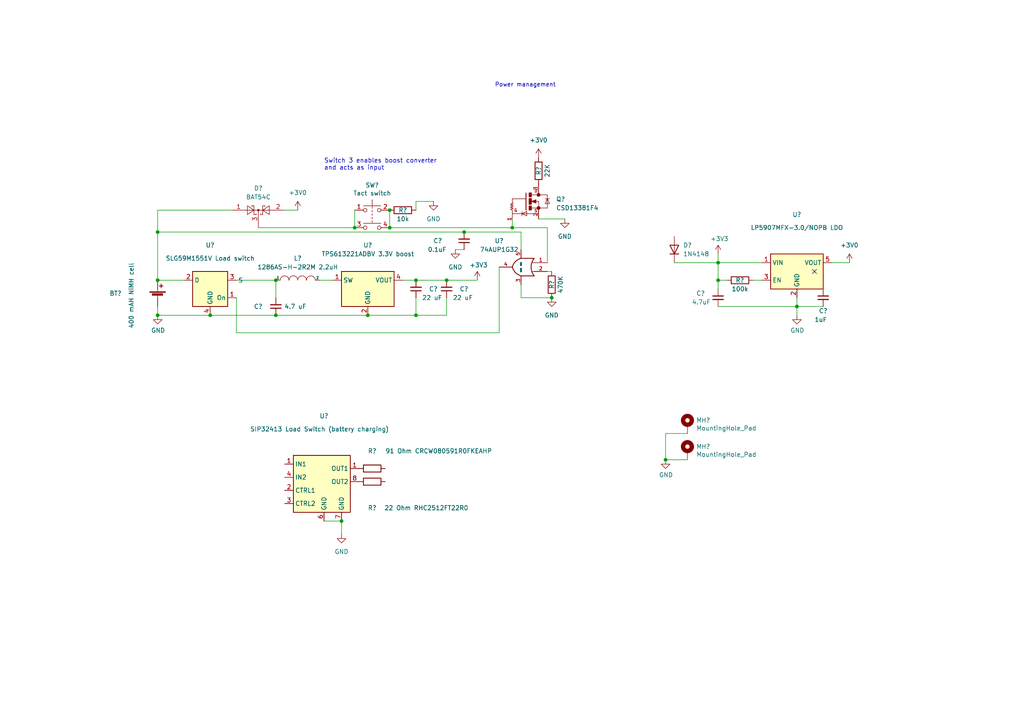
<source format=kicad_sch>
(kicad_sch (version 20211123) (generator eeschema)
  (paper "A4")
  (lib_symbols
    (symbol "74xGxx:74AUP1G32" (pin_names (offset 1.016))
      (property "Reference" "U?" (at -6.35 8.89 0))
      (property "Value" "74AUP1G32" (at -6.35 6.35 0))
      (symbol "74AUP1G32_0_1"
        (arc (start -3.81 -2.54) (mid -2.919 0) (end -3.81 2.54) (stroke (width 0.254)))
        (arc (start 0 -2.54) (mid 1.5993 -1.6027) (end 2.54 0) (stroke (width 0.254)))
        (polyline (pts (xy -3.81 -1.27) (xy -3.175 -1.27)))
        (polyline (pts (xy -3.81 1.27) (xy -3.175 1.27)))
        (polyline (pts (xy 0 -2.54) (xy -3.81 -2.54)) (stroke (width 0.254)) (fill (type background)))
        (polyline (pts (xy 0 2.54) (xy -3.81 2.54)) (stroke (width 0.254)) (fill (type background)))
        (arc (start 2.54 0) (mid 1.6119 1.6152) (end 0 2.54) (stroke (width 0.254)))
      )
      (symbol "74AUP1G32_1_1"
        (pin input line (at -7.62 1.27 0) (length 3.81) (name "~") (number "1"))
        (pin input line (at -7.62 -1.27 0) (length 3.81) (name "~") (number "2"))
        (pin power_in line (at 0 -5.08 90) (length 2.5) (name "GND") (number "3"))
        (pin output line (at 6.35 0 180) (length 3.81) (name "~") (number "4"))
        (pin power_in line (at 0 5.08 270) (length 2.5) (name "VCC") (number "5"))
      )
    )
    (symbol "CSD13381F4:CSD13381F4" (pin_names (offset 1.016))
      (property "Reference" "Q" (at 7.6273 2.5424 0))
      (property "Value" "CSD13381F4" (at 7.6306 0 0))
      (symbol "CSD13381F4_0_0"
        (rectangle (start -0.2542 -2.542) (end 0.508 -1.27) (stroke (width 0.1)) (fill (type outline)))
        (rectangle (start -0.2543 -0.8901) (end 0.508 0.889) (stroke (width 0.1)) (fill (type outline)))
        (rectangle (start -0.2543 1.2714) (end 0.508 2.54) (stroke (width 0.1)) (fill (type outline)))
        (polyline (pts (xy -5.588 -2.286) (xy -4.826 -2.032)) (stroke (width 0.1524)))
        (polyline (pts (xy -5.588 -1.778) (xy -4.826 -1.524)) (stroke (width 0.1524)))
        (polyline (pts (xy -5.588 -1.27) (xy -4.826 -1.016)) (stroke (width 0.1524)))
        (polyline (pts (xy -5.588 -0.762) (xy -4.826 -0.508)) (stroke (width 0.1524)))
        (polyline (pts (xy -5.08 -5.08) (xy -5.08 -3.556)) (stroke (width 0.1524)))
        (polyline (pts (xy -5.08 -3.556) (xy -5.08 -2.54)) (stroke (width 0.1524)))
        (polyline (pts (xy -5.08 -2.54) (xy -5.588 -2.286)) (stroke (width 0.1524)))
        (polyline (pts (xy -5.08 -0.254) (xy -5.08 0.762)) (stroke (width 0.1524)))
        (polyline (pts (xy -5.08 0.762) (xy -1.27 0.762)) (stroke (width 0.1524)))
        (polyline (pts (xy -4.826 -2.032) (xy -5.588 -1.778)) (stroke (width 0.1524)))
        (polyline (pts (xy -4.826 -1.524) (xy -5.588 -1.27)) (stroke (width 0.1524)))
        (polyline (pts (xy -4.826 -1.016) (xy -5.588 -0.762)) (stroke (width 0.1524)))
        (polyline (pts (xy -4.826 -0.508) (xy -5.08 -0.254)) (stroke (width 0.1524)))
        (polyline (pts (xy -2.286 -4.191) (xy -2.286 -3.556)) (stroke (width 0.1524)))
        (polyline (pts (xy -2.286 -3.556) (xy -5.08 -3.556)) (stroke (width 0.1524)))
        (polyline (pts (xy -2.286 -3.556) (xy -2.286 -2.921)) (stroke (width 0.1524)))
        (polyline (pts (xy -2.286 -3.556) (xy -0.889 -4.191)) (stroke (width 0.1524)))
        (polyline (pts (xy -2.286 -3.556) (xy 2.54 -3.556)) (stroke (width 0.1524)))
        (polyline (pts (xy -1.1176 2.413) (xy -1.1176 -2.54)) (stroke (width 0.254)))
        (polyline (pts (xy -0.889 -4.191) (xy -0.889 -2.921)) (stroke (width 0.1524)))
        (polyline (pts (xy -0.889 -2.921) (xy -2.286 -3.556)) (stroke (width 0.1524)))
        (polyline (pts (xy 0.508 -1.905) (xy 2.54 -1.905)) (stroke (width 0.1524)))
        (polyline (pts (xy 0.508 0) (xy 1.778 -0.508)) (stroke (width 0.1524)))
        (polyline (pts (xy 0.762 0) (xy 1.651 -0.254)) (stroke (width 0.3048)))
        (polyline (pts (xy 1.651 -0.254) (xy 1.651 0)) (stroke (width 0.3048)))
        (polyline (pts (xy 1.651 0) (xy 1.397 0)) (stroke (width 0.3048)))
        (polyline (pts (xy 1.651 0) (xy 2.54 0)) (stroke (width 0.1524)))
        (polyline (pts (xy 1.651 0.254) (xy 0.762 0)) (stroke (width 0.3048)))
        (polyline (pts (xy 1.778 -0.508) (xy 1.778 0.508)) (stroke (width 0.1524)))
        (polyline (pts (xy 1.778 0.508) (xy 0.508 0)) (stroke (width 0.1524)))
        (polyline (pts (xy 2.54 -1.905) (xy 2.54 -2.54)) (stroke (width 0.1524)))
        (polyline (pts (xy 2.54 0) (xy 2.54 -1.905)) (stroke (width 0.1524)))
        (polyline (pts (xy 2.54 1.905) (xy 0.5334 1.905)) (stroke (width 0.1524)))
        (polyline (pts (xy 2.54 1.905) (xy 5.08 1.905)) (stroke (width 0.1524)))
        (polyline (pts (xy 2.54 2.54) (xy 2.54 1.905)) (stroke (width 0.1524)))
        (polyline (pts (xy 4.445 -0.635) (xy 5.715 -0.635)) (stroke (width 0.1524)))
        (polyline (pts (xy 4.445 0.762) (xy 5.08 0.762)) (stroke (width 0.1524)))
        (polyline (pts (xy 5.08 -1.905) (xy 2.54 -1.905)) (stroke (width 0.1524)))
        (polyline (pts (xy 5.08 0.762) (xy 4.445 -0.635)) (stroke (width 0.1524)))
        (polyline (pts (xy 5.08 0.762) (xy 5.08 -1.905)) (stroke (width 0.1524)))
        (polyline (pts (xy 5.08 0.762) (xy 5.715 0.762)) (stroke (width 0.1524)))
        (polyline (pts (xy 5.08 1.905) (xy 5.08 0.762)) (stroke (width 0.1524)))
        (polyline (pts (xy 5.715 -0.635) (xy 5.08 0.762)) (stroke (width 0.1524)))
        (circle (center 2.54 -1.905) (radius 0.127) (stroke (width 0.4064)))
        (circle (center 2.54 1.905) (radius 0.127) (stroke (width 0.4064)))
        (text "D" (at 1.2721 2.5443 0) (effects (font (size 0.8142 0.8142)) (justify left bottom)))
        (text "G" (at -4.5768 -3.0512 0) (effects (font (size 0.8136 0.8136)) (justify left bottom)))
        (text "S" (at 1.2716 -3.179 0) (effects (font (size 0.8138 0.8138)) (justify left bottom)))
        (pin passive line (at -5.08 -5.08 90) (length 0) (name "~") (number "1"))
        (pin passive line (at 2.54 -5.08 90) (length 2.54) (name "~") (number "2"))
        (pin passive line (at 2.54 5.08 270) (length 2.54) (name "~") (number "3"))
      )
    )
    (symbol "Device:Battery_Cell" (pin_numbers hide) (pin_names (offset 0) hide)
      (property "Reference" "BT" (at 2.54 2.54 0))
      (property "Value" "Battery_Cell" (at 2.54 0 0))
      (symbol "Battery_Cell_0_1"
        (rectangle (start -2.286 1.778) (end 2.286 1.524) (fill (type outline)))
        (rectangle (start -1.5748 1.1938) (end 1.4732 0.6858) (fill (type outline)))
        (polyline (pts (xy 0 0.762) (xy 0 0)))
        (polyline (pts (xy 0 1.778) (xy 0 2.54)))
        (polyline (pts (xy 0.508 3.429) (xy 1.524 3.429)) (stroke (width 0.254)))
        (polyline (pts (xy 1.016 3.937) (xy 1.016 2.921)) (stroke (width 0.254)))
      )
      (symbol "Battery_Cell_1_1"
        (pin passive line (at 0 5.08 270) (length 2.54) (name "+") (number "1"))
        (pin passive line (at 0 -2.54 90) (length 2.54) (name "-") (number "2"))
      )
    )
    (symbol "Device:C_Small" (pin_numbers hide) (pin_names (offset 0.254) hide)
      (property "Reference" "C" (at 0.254 1.778 0))
      (property "Value" "C_Small" (at 0.254 -2.032 0))
      (symbol "C_Small_0_1"
        (polyline (pts (xy -1.524 -0.508) (xy 1.524 -0.508)) (stroke (width 0.3302)))
        (polyline (pts (xy -1.524 0.508) (xy 1.524 0.508)) (stroke (width 0.3048)))
      )
      (symbol "C_Small_1_1"
        (pin passive line (at 0 2.54 270) (length 2.032) (name "~") (number "1"))
        (pin passive line (at 0 -2.54 90) (length 2.032) (name "~") (number "2"))
      )
    )
    (symbol "Device:R" (pin_numbers hide) (pin_names (offset 0))
      (property "Reference" "R" (at 2.032 0 90))
      (property "Value" "R" (at 0 0 90))
      (symbol "R_0_1"
        (rectangle (start -1.016 -2.54) (end 1.016 2.54) (stroke (width 0.254)))
      )
      (symbol "R_1_1"
        (pin passive line (at 0 3.81 270) (length 1.27) (name "~") (number "1"))
        (pin passive line (at 0 -3.81 90) (length 1.27) (name "~") (number "2"))
      )
    )
    (symbol "Diode:1N4148" (pin_numbers hide) (pin_names hide)
      (property "Reference" "D" (at 0 2.54 0))
      (property "Value" "1N4148" (at 0 -2.54 0))
      (symbol "1N4148_0_1"
        (polyline (pts (xy -1.27 1.27) (xy -1.27 -1.27)) (stroke (width 0.254)))
        (polyline (pts (xy 1.27 0) (xy -1.27 0)))
        (polyline (pts (xy 1.27 1.27) (xy 1.27 -1.27) (xy -1.27 0) (xy 1.27 1.27)) (stroke (width 0.254)))
      )
      (symbol "1N4148_1_1"
        (pin passive line (at -3.81 0 0) (length 2.54) (name "K") (number "1"))
        (pin passive line (at 3.81 0 180) (length 2.54) (name "A") (number "2"))
      )
    )
    (symbol "Diode:BAT54C" (pin_names (offset 1.016))
      (property "Reference" "D" (at 0.635 -3.81 0))
      (property "Value" "BAT54C" (at -6.35 3.175 0))
      (symbol "BAT54C_0_1"
        (polyline (pts (xy -1.905 0) (xy 1.905 0)))
        (polyline (pts (xy -1.905 1.27) (xy -1.905 1.016)))
        (polyline (pts (xy -1.27 -1.27) (xy -0.635 -1.27)))
        (polyline (pts (xy -1.27 0) (xy -3.81 0)))
        (polyline (pts (xy -1.27 1.27) (xy -1.905 1.27)))
        (polyline (pts (xy -1.27 1.27) (xy -1.27 -1.27)))
        (polyline (pts (xy -0.635 -1.27) (xy -0.635 -1.016)))
        (polyline (pts (xy 0.635 -1.27) (xy 0.635 -1.016)))
        (polyline (pts (xy 1.27 -1.27) (xy 0.635 -1.27)))
        (polyline (pts (xy 1.27 1.27) (xy 1.27 -1.27)))
        (polyline (pts (xy 1.27 1.27) (xy 1.905 1.27)))
        (polyline (pts (xy 1.905 1.27) (xy 1.905 1.016)))
        (polyline (pts (xy 3.81 0) (xy 1.27 0)))
        (polyline (pts (xy -3.175 -1.27) (xy -3.175 1.27) (xy -1.27 0) (xy -3.175 -1.27)))
        (polyline (pts (xy 3.175 -1.27) (xy 3.175 1.27) (xy 1.27 0) (xy 3.175 -1.27)))
        (circle (center 0 0) (radius 0.254) (fill (type outline)))
      )
      (symbol "BAT54C_1_1"
        (pin passive line (at -7.62 0 0) (length 3.81) (name "~") (number "1"))
        (pin passive line (at 7.62 0 180) (length 3.81) (name "~") (number "2"))
        (pin passive line (at 0 -5.08 90) (length 5.08) (name "~") (number "3"))
      )
    )
    (symbol "Mechanical:MountingHole_Pad" (pin_numbers hide) (pin_names (offset 1.016) hide)
      (property "Reference" "H" (at 0 6.35 0))
      (property "Value" "MountingHole_Pad" (at 0 4.445 0))
      (symbol "MountingHole_Pad_0_1"
        (circle (center 0 1.27) (radius 1.27) (stroke (width 1.27)))
      )
      (symbol "MountingHole_Pad_1_1"
        (pin input line (at 0 -2.54 90) (length 2.54) (name "1") (number "1"))
      )
    )
    (symbol "Power_Management:SiP32431DR3"
      (property "Reference" "U?" (at 0 10.16 0))
      (property "Value" "SIP32413" (at 0 7.62 0))
      (symbol "SiP32431DR3_0_1"
        (rectangle (start -8.89 6.35) (end 7.62 -10.16) (stroke (width 0.254)) (fill (type background)))
      )
      (symbol "SiP32431DR3_1_1"
        (pin passive line (at -11.43 3.81 0) (length 2.54) (name "IN1") (number "1"))
        (pin passive line (at 10.16 2.54 180) (length 2.54) (name "OUT1") (number "1"))
        (pin input line (at -11.43 -3.81 0) (length 2.54) (name "CTRL1") (number "2"))
        (pin input line (at -11.43 -7.62 0) (length 2.54) (name "CTRL2") (number "3"))
        (pin passive line (at -11.43 0 0) (length 2.54) (name "IN2") (number "4"))
        (pin power_in line (at 0 -12.7 90) (length 2.54) (name "GND") (number "6"))
        (pin power_in line (at 5.08 -12.7 90) (length 2.54) (name "GND") (number "7"))
        (pin passive line (at 10.16 -1.27 180) (length 2.54) (name "OUT2") (number "8"))
      )
    )
    (symbol "Regulator_Linear:MIC5365-3.3YC5"
      (property "Reference" "U" (at -6.35 6.35 0))
      (property "Value" "MIC5365-3.3YC5" (at 0 6.35 0))
      (symbol "MIC5365-3.3YC5_0_1"
        (rectangle (start -7.62 -5.08) (end 7.62 5.08) (stroke (width 0.254)) (fill (type background)))
      )
      (symbol "MIC5365-3.3YC5_1_1"
        (pin power_in line (at -10.16 2.54 0) (length 2.54) (name "VIN") (number "1"))
        (pin power_in line (at 0 -7.62 90) (length 2.54) (name "GND") (number "2"))
        (pin input line (at -10.16 -2.54 0) (length 2.54) (name "EN") (number "3"))
        (pin no_connect line (at 7.62 -2.54 180) (length 2.54) hide (name "NC") (number "4"))
        (pin power_out line (at 10.16 2.54 180) (length 2.54) (name "VOUT") (number "5"))
      )
    )
    (symbol "Regulator_Switching:TPS613221ADBV"
      (property "Reference" "U" (at -7.62 6.35 0))
      (property "Value" "TPS613221ADBV" (at 2.54 6.35 0))
      (symbol "TPS613221ADBV_0_1"
        (rectangle (start -7.62 5.08) (end 7.62 -5.08) (stroke (width 0.254)) (fill (type background)))
      )
      (symbol "TPS613221ADBV_1_1"
        (pin power_in line (at -10.16 2.54 0) (length 2.54) (name "SW") (number "1"))
        (pin power_in line (at 0 -7.62 90) (length 2.54) (name "GND") (number "2"))
        (pin no_connect line (at -7.62 -2.54 0) (length 2.54) hide (name "NC") (number "3"))
        (pin power_out line (at 10.16 2.54 180) (length 2.54) (name "VOUT") (number "4"))
        (pin no_connect line (at 7.62 -2.54 180) (length 2.54) hide (name "NC") (number "5"))
      )
    )
    (symbol "SiP32431DR3_1"
      (property "Reference" "U?" (at 0 10.16 0))
      (property "Value" "SLG59M1551V" (at 0 7.62 0))
      (symbol "SiP32431DR3_1_0_1"
        (rectangle (start -5.08 5.08) (end 5.08 -5.08) (stroke (width 0.254)) (fill (type background)))
      )
      (symbol "SiP32431DR3_1_1_1"
        (pin passive line (at 7.62 -2.54 180) (length 2.54) (name "On") (number "1"))
        (pin passive line (at -7.62 2.54 0) (length 2.54) (name "D") (number "2"))
        (pin output line (at 5.08 2.54 0) (length 2.54) (name "S") (number "3"))
        (pin power_in line (at 0 -7.62 90) (length 2.54) (name "GND") (number "4"))
      )
    )
    (symbol "Switch:SW_Push_Dual" (pin_names (offset 1.016) hide)
      (property "Reference" "SW" (at 1.27 2.54 0))
      (property "Value" "SW_Push_Dual" (at 0 -6.858 0))
      (symbol "SW_Push_Dual_0_1"
        (circle (center -2.032 -5.08) (radius 0.508))
        (circle (center -2.032 0) (radius 0.508))
        (polyline (pts (xy 0 -3.048) (xy 0 -3.556)))
        (polyline (pts (xy 0 -2.032) (xy 0 -2.54)))
        (polyline (pts (xy 0 -1.524) (xy 0 -1.016)))
        (polyline (pts (xy 0 -0.508) (xy 0 0)))
        (polyline (pts (xy 0 0.508) (xy 0 1.016)))
        (polyline (pts (xy 0 1.27) (xy 0 3.048)))
        (polyline (pts (xy 2.54 -3.81) (xy -2.54 -3.81)))
        (polyline (pts (xy 2.54 1.27) (xy -2.54 1.27)))
        (circle (center 2.032 -5.08) (radius 0.508))
        (circle (center 2.032 0) (radius 0.508))
        (pin passive line (at -5.08 0 0) (length 2.54) (name "1") (number "1"))
        (pin passive line (at 5.08 0 180) (length 2.54) (name "2") (number "2"))
        (pin passive line (at -5.08 -5.08 0) (length 2.54) (name "3") (number "3"))
        (pin passive line (at 5.08 -5.08 180) (length 2.54) (name "4") (number "4"))
      )
    )
    (symbol "power:+3V0" (power) (pin_names (offset 0))
      (property "Value" "+3V0" (at 0 3.556 0))
      (symbol "+3V0_0_1"
        (polyline (pts (xy -0.762 1.27) (xy 0 2.54)))
        (polyline (pts (xy 0 0) (xy 0 2.54)))
        (polyline (pts (xy 0 2.54) (xy 0.762 1.27)))
      )
      (symbol "+3V0_1_1"
        (pin power_in line (at 0 0 90) (length 0) hide (name "+3V0") (number "1"))
      )
    )
    (symbol "power:+3V3" (power) (pin_names (offset 0))
      (property "Value" "+3V3" (at 0 3.556 0))
      (symbol "+3V3_0_1"
        (polyline (pts (xy -0.762 1.27) (xy 0 2.54)))
        (polyline (pts (xy 0 0) (xy 0 2.54)))
        (polyline (pts (xy 0 2.54) (xy 0.762 1.27)))
      )
      (symbol "+3V3_1_1"
        (pin power_in line (at 0 0 90) (length 0) hide (name "+3V3") (number "1"))
      )
    )
    (symbol "power:GND" (power) (pin_names (offset 0))
      (property "Value" "GND" (at 0 -3.81 0))
      (symbol "GND_0_1"
        (polyline (pts (xy 0 0) (xy 0 -1.27) (xy 1.27 -1.27) (xy 0 -2.54) (xy -1.27 -1.27) (xy 0 -1.27)))
      )
      (symbol "GND_1_1"
        (pin power_in line (at 0 0 270) (length 0) hide (name "GND") (number "1"))
      )
    )
    (symbol "pspice:INDUCTOR" (pin_numbers hide) (pin_names (offset 0))
      (property "Reference" "L" (at 0 2.54 0))
      (property "Value" "INDUCTOR" (at 0 -1.27 0))
      (symbol "INDUCTOR_0_1"
        (arc (start -2.54 0) (mid -3.81 1.27) (end -5.08 0))
        (arc (start 0 0) (mid -1.27 1.27) (end -2.54 0))
        (arc (start 2.54 0) (mid 1.27 1.27) (end 0 0))
        (arc (start 5.08 0) (mid 3.81 1.27) (end 2.54 0))
      )
      (symbol "INDUCTOR_1_1"
        (pin input line (at -6.35 0 0) (length 1.27) (name "1") (number "1"))
        (pin input line (at 6.35 0 180) (length 1.27) (name "2") (number "2"))
      )
    )
  )
  (junction (at 129.54 81.28))
  (junction (at 148.59 66.04))
  (junction (at 45.72 91.44))
  (junction (at 113.03 66.04))
  (junction (at 208.28 76.2))
  (junction (at 120.65 91.44))
  (junction (at 102.87 66.04))
  (junction (at 231.14 88.9))
  (junction (at 80.01 91.44))
  (junction (at 106.68 91.44))
  (junction (at 45.72 81.28))
  (junction (at 193.04 133.35))
  (junction (at 60.96 91.44))
  (junction (at 160.02 86.36))
  (junction (at 208.28 81.28))
  (junction (at 99.06 151.13))
  (junction (at 80.01 81.28))
  (junction (at 134.62 67.31))
  (junction (at 120.65 81.28))
  (junction (at 113.03 60.96))
  (junction (at 45.72 67.31))
  (no_connect (at 236.22 78.74))
  (wire (pts (xy 231.14 86.36) (xy 231.14 88.9)))
  (wire (pts (xy 120.65 86.36) (xy 120.65 91.44)))
  (wire (pts (xy 116.84 81.28) (xy 120.65 81.28)))
  (wire (pts (xy 231.14 88.9) (xy 238.76 88.9)))
  (wire (pts (xy 45.72 81.28) (xy 53.34 81.28)))
  (wire (pts (xy 193.04 133.35) (xy 193.04 125.73)))
  (wire (pts (xy 199.39 133.35) (xy 193.04 133.35)))
  (wire (pts (xy 208.28 76.2) (xy 208.28 81.28)))
  (wire (pts (xy 66.04 81.28) (xy 80.01 81.28)))
  (wire (pts (xy 129.54 81.28) (xy 138.43 81.28)))
  (wire (pts (xy 45.72 91.44) (xy 60.96 91.44)))
  (wire (pts (xy 74.93 66.04) (xy 102.87 66.04)))
  (wire (pts (xy 195.58 76.2) (xy 208.28 76.2)))
  (wire (pts (xy 60.96 91.44) (xy 80.01 91.44)))
  (wire (pts (xy 120.65 81.28) (xy 129.54 81.28)))
  (wire (pts (xy 92.71 81.28) (xy 96.52 81.28)))
  (wire (pts (xy 68.58 96.52) (xy 68.58 86.36)))
  (wire (pts (xy 113.03 66.04) (xy 148.59 66.04)))
  (wire (pts (xy 132.08 72.39) (xy 134.62 72.39)))
  (wire (pts (xy 158.75 76.2) (xy 158.75 66.04)))
  (wire (pts (xy 134.62 67.31) (xy 151.13 67.31)))
  (wire (pts (xy 208.28 73.66) (xy 208.28 76.2)))
  (wire (pts (xy 120.65 91.44) (xy 129.54 91.44)))
  (wire (pts (xy 151.13 82.55) (xy 151.13 86.36)))
  (wire (pts (xy 199.39 125.73) (xy 193.04 125.73)))
  (wire (pts (xy 45.72 67.31) (xy 134.62 67.31)))
  (wire (pts (xy 129.54 86.36) (xy 129.54 91.44)))
  (wire (pts (xy 93.98 151.13) (xy 99.06 151.13)))
  (wire (pts (xy 208.28 76.2) (xy 220.98 76.2)))
  (wire (pts (xy 67.31 60.96) (xy 45.72 60.96)))
  (wire (pts (xy 148.59 63.5) (xy 148.59 66.04)))
  (wire (pts (xy 241.3 76.2) (xy 246.38 76.2)))
  (wire (pts (xy 148.59 66.04) (xy 158.75 66.04)))
  (wire (pts (xy 208.28 88.9) (xy 231.14 88.9)))
  (wire (pts (xy 106.68 91.44) (xy 120.65 91.44)))
  (wire (pts (xy 218.44 81.28) (xy 220.98 81.28)))
  (wire (pts (xy 208.28 81.28) (xy 210.82 81.28)))
  (wire (pts (xy 151.13 86.36) (xy 160.02 86.36)))
  (wire (pts (xy 102.87 60.96) (xy 102.87 66.04)))
  (wire (pts (xy 45.72 67.31) (xy 45.72 81.28)))
  (wire (pts (xy 120.65 60.96) (xy 120.65 58.42)))
  (wire (pts (xy 151.13 72.39) (xy 151.13 67.31)))
  (wire (pts (xy 120.65 58.42) (xy 125.73 58.42)))
  (wire (pts (xy 156.21 63.5) (xy 163.83 63.5)))
  (wire (pts (xy 144.78 96.52) (xy 68.58 96.52)))
  (wire (pts (xy 45.72 60.96) (xy 45.72 67.31)))
  (wire (pts (xy 80.01 81.28) (xy 80.01 86.36)))
  (wire (pts (xy 158.75 78.74) (xy 160.02 78.74)))
  (wire (pts (xy 144.78 77.47) (xy 144.78 96.52)))
  (wire (pts (xy 231.14 88.9) (xy 231.14 91.44)))
  (wire (pts (xy 99.06 151.13) (xy 99.06 154.94)))
  (wire (pts (xy 82.55 60.96) (xy 86.36 60.96)))
  (wire (pts (xy 80.01 91.44) (xy 106.68 91.44)))
  (wire (pts (xy 113.03 60.96) (xy 113.03 66.04)))
  (wire (pts (xy 208.28 81.28) (xy 208.28 83.82)))
  (wire (pts (xy 45.72 88.9) (xy 45.72 91.44)))
  (text "Switch 3 enables boost converter\nand acts as input" (at 93.98 49.53 0) (effects (font (size 1.27 1.27)) (justify left bottom)))
  (text "Power management" (at 143.51 25.4 0) (effects (font (size 1.1938 1.1938)) (justify left bottom)))
  (symbol (lib_id "Device:R") (at 116.84 60.96 270) (unit 1)
    (property "Reference" "R?" (at 116.84 60.96 90))
    (property "Value" "10k" (at 116.84 63.5 90))
    (property "Footprint" "Resistors_SMD:R_0603" (effects hide))
    (property "Datasheet" "http://industrial.panasonic.com/www-cgi/jvcr13pz.cgi?E+PZ+3+AOA0001+ERJ3GEYJ103V+7+WW" (effects hide))
    (property "Description" "10 kOhms ±5% 0.1W, 1/10W Chip Resistor 0603 (1608 Metric) Automotive AEC-Q200 Thick Film" (effects hide))
    (property "Manufacturer" "Panasonic" (effects hide))
    (property "Mfg Part #" "ERJ-3GEYJ103V" (effects hide))
    (property "Package" "0603" (effects hide))
    (property "MPN" "ERJ-3GEYJ103V" (effects hide))
  )
  (symbol (lib_id "power:GND") (at 160.02 86.36 0) (unit 1)
    (property "Reference" "#PWR?" (effects hide))
    (property "Value" "GND" (at 160.02 91.44 0))
  )
  (symbol (lib_id "Device:R") (at 160.02 82.55 0) (unit 1)
    (property "Reference" "R?" (at 160.02 82.55 90))
    (property "Value" "470K" (at 162.56 82.55 90))
    (property "Footprint" "Resistors_SMD:R_0603" (effects hide))
    (property "Datasheet" "http://industrial.panasonic.com/www-cgi/jvcr13pz.cgi?E+PZ+3+AOA0001+ERJ3GEYJ103V+7+WW" (effects hide))
    (property "Description" "10 kOhms ±5% 0.1W, 1/10W Chip Resistor 0603 (1608 Metric) Automotive AEC-Q200 Thick Film" (effects hide))
    (property "Manufacturer" "Panasonic" (effects hide))
    (property "Mfg Part #" "ERJ-3GEYJ103V" (effects hide))
    (property "Package" "0603" (effects hide))
    (property "MPN" "ERJ-3GEYJ103V" (effects hide))
  )
  (symbol (lib_id "pspice:INDUCTOR") (at 86.36 81.28 0) (unit 1)
    (property "Reference" "L?" (at 86.36 74.93 0))
    (property "Value" "1286AS-H-2R2M 2.2uH" (at 86.36 77.47 0))
  )
  (symbol (lib_id "power:GND") (at 231.14 91.44 0) (unit 1)
    (property "Reference" "#PWR?" (effects hide))
    (property "Value" "GND" (at 231.267 95.8342 0))
  )
  (symbol (lib_id "Mechanical:MountingHole_Pad") (at 199.39 123.19 0) (unit 1)
    (property "Reference" "MH?" (at 201.93 121.8946 0) (effects (justify left)))
    (property "Value" "MountingHole_Pad" (at 201.93 124.206 0) (effects (justify left)))
    (property "Footprint" "localLib2:MountingHole_0.089in_2_56_Pad" (effects hide))
    (property "Instructions" "Do not include in assembly." (effects hide))
  )
  (symbol (lib_id "Device:R") (at 107.95 139.7 270) (unit 1)
    (property "Reference" "R?" (at 106.68 147.32 90) (effects (justify left)))
    (property "Value" " 22 Ohm RHC2512FT22R0" (at 110.49 147.32 90) (effects (justify left)))
  )
  (symbol (lib_id "Mechanical:MountingHole_Pad") (at 199.39 130.81 0) (unit 1)
    (property "Reference" "MH?" (at 201.93 129.5146 0) (effects (justify left)))
    (property "Value" "MountingHole_Pad" (at 201.93 131.826 0) (effects (justify left)))
    (property "Footprint" "localLib2:MountingHole_0.089in_2_56_Pad" (effects hide))
    (property "Instructions" "Do not include in assembly." (effects hide))
  )
  (symbol (lib_id "Device:C_Small") (at 208.28 86.36 0) (unit 1)
    (property "Reference" "C?" (at 201.93 85.09 0) (effects (justify left)))
    (property "Value" "4.7uF" (at 200.66 87.63 0) (effects (justify left)))
    (property "Footprint" "Capacitors_SMD:C_0603" (effects hide))
    (property "Datasheet" "http://www.samsungsem.com/kr/support/product-search/mlcc/CL10A106KQ8NNNC.jsp" (effects hide))
    (property "Description" "10µF ±10% 6.3V Ceramic Capacitor X5R 0603 (1608 Metric)" (effects hide))
    (property "Manufacturer" "Samsung" (effects hide))
    (property "Mfg Part #" "CL10A106KQ8NNNC" (effects hide))
    (property "Package" "0603" (effects hide))
    (property "MPN" "CL10A106KQ8NNNC" (effects hide))
  )
  (symbol (lib_id "power:GND") (at 99.06 154.94 0) (unit 1)
    (property "Reference" "#PWR?" (effects hide))
    (property "Value" "GND" (at 99.06 160.02 0))
  )
  (symbol (lib_id "Switch:SW_Push_Dual") (at 107.95 60.96 0) (unit 1)
    (property "Reference" "SW?" (at 107.95 53.721 0))
    (property "Value" "Tact switch" (at 107.95 56.0324 0))
    (property "Footprint" "localLib:TL3305BF160QG" (effects hide))
    (property "Datasheet" "https://www.ckswitches.com/media/2567/pts647.pdf" (effects hide))
    (property "Instructions" "Please ensure that these are accurately positioned." (effects hide))
    (property "Manufacturer" "C&K" (effects hide))
    (property "Mfg Part #" "PTS 647 SM50 SMTR2 LFS" (effects hide))
    (property "Package" "4 mm SMD" (effects hide))
    (property "MPN" "PTS 647 SM50 SMTR2 LFS" (effects hide))
  )
  (symbol (lib_id "power:+3V3") (at 208.28 73.66 0) (unit 1)
    (property "Reference" "#PWR?" (effects hide))
    (property "Value" "+3V3" (at 208.661 69.2658 0))
  )
  (symbol (lib_id "Power_Management:SiP32431DR3") (at 93.98 138.43 0) (unit 1)
    (property "Reference" "U?" (at 93.98 120.65 0))
    (property "Value" "SIP32413 Load Switch (battery charging)" (at 92.71 124.46 0))
    (property "Footprint" "SIP32413DNP-T1-GE4" (effects hide))
  )
  (symbol (lib_id "Diode:1N4148") (at 195.58 72.39 90) (unit 1)
    (property "Reference" "D?" (at 198.12 71.1199 90) (effects (justify right)))
    (property "Value" "1N4148" (at 198.12 73.6599 90) (effects (justify right)))
    (property "Footprint" "Diode_THT:D_DO-35_SOD27_P7.62mm_Horizontal" (effects hide))
    (property "Datasheet" "https://assets.nexperia.com/documents/data-sheet/1N4148_1N4448.pdf" (effects hide))
  )
  (symbol (lib_id "Device:C_Small") (at 238.76 86.36 0) (unit 1)
    (property "Reference" "C?" (at 237.49 90.17 0) (effects (justify left)))
    (property "Value" "1uF" (at 236.22 92.71 0) (effects (justify left)))
    (property "Footprint" "Capacitors_SMD:C_0603" (effects hide))
    (property "Datasheet" "http://www.samsungsem.com/kr/support/product-search/mlcc/CL10A106KQ8NNNC.jsp" (effects hide))
    (property "Description" "10µF ±10% 6.3V Ceramic Capacitor X5R 0603 (1608 Metric)" (effects hide))
    (property "Manufacturer" "Samsung" (effects hide))
    (property "Mfg Part #" "CL10A106KQ8NNNC" (effects hide))
    (property "Package" "0603" (effects hide))
    (property "MPN" "CL10A106KQ8NNNC" (effects hide))
  )
  (symbol (lib_id "Device:C_Small") (at 120.65 83.82 180) (unit 1)
    (property "Reference" "C?" (at 127 83.82 0) (effects (justify left)))
    (property "Value" "22 uF" (at 137.16 86.36 0) (effects (justify left)))
    (property "Footprint" "Capacitors_SMD:C_0603" (effects hide))
    (property "Datasheet" "http://www.samsungsem.com/kr/support/product-search/mlcc/CL10F104ZB8NNNC.jsp" (effects hide))
    (property "Description" "0.1µF -20%, +80% 50V Ceramic Capacitor Y5V (F) 0603 (1608 Metric)" (effects hide))
    (property "Digi-Key_PN" "0.1µF -20%, +80% 50V Ceramic Capacitor Y5V (F) 0603 (1608 Metric)" (effects hide))
    (property "Manufacturer" "Samsung" (effects hide))
    (property "Mfg Part #" "CL10F104ZB8NNNC" (effects hide))
    (property "Package" "0603" (effects hide))
    (property "MPN" "CL10F104ZB8NNNC" (effects hide))
  )
  (symbol (lib_id "Regulator_Linear:MIC5365-3.3YC5") (at 231.14 78.74 0) (unit 1)
    (property "Reference" "U?" (at 231.14 62.23 0))
    (property "Value" "LP5907MFX-3.0/NOPB LDO" (at 231.14 66.04 0))
    (property "Footprint" "Package_TO_SOT_SMD:SOT-353_SC-70-5" (effects hide))
    (property "Datasheet" "http://ww1.microchip.com/downloads/en/DeviceDoc/mic5365.pdf" (effects hide))
  )
  (symbol (lib_id "power:GND") (at 132.08 72.39 0) (unit 1)
    (property "Reference" "#PWR?" (effects hide))
    (property "Value" "GND" (at 132.08 77.47 0))
  )
  (symbol (lib_id "power:+3V0") (at 246.38 76.2 0) (unit 1)
    (property "Reference" "#PWR?" (effects hide))
    (property "Value" "+3V0" (at 246.38 71.12 0))
  )
  (symbol (lib_id "power:GND") (at 193.04 133.35 0) (unit 1)
    (property "Reference" "#PWR?" (effects hide))
    (property "Value" "GND" (at 193.167 137.7442 0))
  )
  (symbol (lib_id "Device:R") (at 107.95 135.89 270) (unit 1)
    (property "Reference" "R?" (at 106.68 130.81 90) (effects (justify left)))
    (property "Value" "91 Ohm CRCW080591R0FKEAHP" (at 111.76 130.81 90) (effects (justify left)))
  )
  (symbol (lib_id "Regulator_Switching:TPS613221ADBV") (at 106.68 83.82 0) (unit 1)
    (property "Reference" "U?" (at 106.68 71.12 0))
    (property "Value" "TPS613221ADBV 3.3V boost" (at 106.68 73.66 0))
    (property "Footprint" "Package_TO_SOT_SMD:SOT-23-5" (effects hide))
    (property "Datasheet" "http://www.ti.com/lit/ds/symlink/tps61322.pdf" (effects hide))
  )
  (symbol (lib_name "SiP32431DR3_1") (lib_id "Power_Management:SiP32431DR3") (at 60.96 83.82 0) (unit 1)
    (property "Reference" "U?" (at 60.96 71.12 0))
    (property "Value" "SLG59M1551V Load switch" (at 60.96 74.93 0))
    (property "Footprint" "Package_TO_SOT_SMD:SOT-363_SC-70-6" (effects hide))
    (property "Datasheet" "http://www.vishay.com.hk/docs/66597/sip32431.pdf" (effects hide))
  )
  (symbol (lib_id "power:+3V0") (at 86.36 60.96 0) (unit 1)
    (property "Reference" "#PWR?" (effects hide))
    (property "Value" "+3V0" (at 86.36 55.88 0))
  )
  (symbol (lib_id "power:+3V3") (at 138.43 81.28 0) (unit 1)
    (property "Reference" "#PWR?" (effects hide))
    (property "Value" "+3V3" (at 138.811 76.8858 0))
  )
  (symbol (lib_id "Diode:BAT54C") (at 74.93 60.96 0) (unit 1)
    (property "Reference" "D?" (at 74.93 54.61 0))
    (property "Value" "BAT54C" (at 74.93 57.15 0))
    (property "Footprint" "Package_TO_SOT_SMD:SOT-23" (effects hide))
    (property "Datasheet" "http://www.diodes.com/_files/datasheets/ds11005.pdf" (effects hide))
  )
  (symbol (lib_id "Device:R") (at 214.63 81.28 270) (unit 1)
    (property "Reference" "R?" (at 214.63 81.28 90))
    (property "Value" "100k" (at 214.63 83.82 90))
    (property "Footprint" "Resistors_SMD:R_0603" (effects hide))
    (property "Datasheet" "https://industrial.panasonic.com/cdbs/www-data/pdf/RDA0000/AOA0000C304.pdf" (effects hide))
    (property "Description" "100 kOhms ±1% 0.1W, 1/10W Chip Resistor 0603 (1608 Metric) Automotive AEC-Q200 Thick Film" (effects hide))
    (property "Digi-Key_PN" "100 kOhms ±1% 0.1W, 1/10W Chip Resistor 0603 (1608 Metric) Automotive AEC-Q200 Thick Film" (effects hide))
    (property "Manufacturer" "Panasonic" (effects hide))
    (property "Mfg Part #" "ERJ-3EKF1003V" (effects hide))
    (property "Package" "0603" (effects hide))
    (property "MPN" "ERJ-3EKF1003V" (effects hide))
  )
  (symbol (lib_id "Device:R") (at 156.21 49.53 0) (unit 1)
    (property "Reference" "R?" (at 156.21 49.53 90))
    (property "Value" "22K" (at 158.75 49.53 90))
    (property "Footprint" "Resistors_SMD:R_0603" (effects hide))
    (property "Datasheet" "http://industrial.panasonic.com/www-cgi/jvcr13pz.cgi?E+PZ+3+AOA0001+ERJ3GEYJ103V+7+WW" (effects hide))
    (property "Description" "10 kOhms ±5% 0.1W, 1/10W Chip Resistor 0603 (1608 Metric) Automotive AEC-Q200 Thick Film" (effects hide))
    (property "Manufacturer" "Panasonic" (effects hide))
    (property "Mfg Part #" "ERJ-3GEYJ103V" (effects hide))
    (property "Package" "0603" (effects hide))
    (property "MPN" "ERJ-3GEYJ103V" (effects hide))
  )
  (symbol (lib_id "Device:C_Small") (at 129.54 83.82 180) (unit 1)
    (property "Reference" "C?" (at 135.89 83.82 0) (effects (justify left)))
    (property "Value" "22 uF" (at 128.27 86.36 0) (effects (justify left)))
    (property "Footprint" "Capacitors_SMD:C_0603" (effects hide))
    (property "Datasheet" "http://www.samsungsem.com/kr/support/product-search/mlcc/CL10F104ZB8NNNC.jsp" (effects hide))
    (property "Description" "0.1µF -20%, +80% 50V Ceramic Capacitor Y5V (F) 0603 (1608 Metric)" (effects hide))
    (property "Digi-Key_PN" "0.1µF -20%, +80% 50V Ceramic Capacitor Y5V (F) 0603 (1608 Metric)" (effects hide))
    (property "Manufacturer" "Samsung" (effects hide))
    (property "Mfg Part #" "CL10F104ZB8NNNC" (effects hide))
    (property "Package" "0603" (effects hide))
    (property "MPN" "CL10F104ZB8NNNC" (effects hide))
  )
  (symbol (lib_id "Device:C_Small") (at 134.62 69.85 180) (unit 1)
    (property "Reference" "C?" (at 128.27 69.85 0) (effects (justify left)))
    (property "Value" "0.1uF" (at 129.54 72.39 0) (effects (justify left)))
    (property "Footprint" "Capacitors_SMD:C_0603" (effects hide))
    (property "Datasheet" "http://www.samsungsem.com/kr/support/product-search/mlcc/CL10F104ZB8NNNC.jsp" (effects hide))
    (property "Description" "0.1µF -20%, +80% 50V Ceramic Capacitor Y5V (F) 0603 (1608 Metric)" (effects hide))
    (property "Digi-Key_PN" "0.1µF -20%, +80% 50V Ceramic Capacitor Y5V (F) 0603 (1608 Metric)" (effects hide))
    (property "Manufacturer" "Samsung" (effects hide))
    (property "Mfg Part #" "CL10F104ZB8NNNC" (effects hide))
    (property "Package" "0603" (effects hide))
    (property "MPN" "CL10F104ZB8NNNC" (effects hide))
  )
  (symbol (lib_id "power:GND") (at 163.83 63.5 0) (unit 1)
    (property "Reference" "#PWR?" (effects hide))
    (property "Value" "GND" (at 163.83 68.58 0))
  )
  (symbol (lib_id "power:GND") (at 125.73 58.42 0) (unit 1)
    (property "Reference" "#PWR?" (effects hide))
    (property "Value" "GND" (at 125.73 63.5 0))
  )
  (symbol (lib_id "CSD13381F4:CSD13381F4") (at 153.67 58.42 0) (unit 1)
    (property "Reference" "Q?" (at 161.29 57.7622 0) (effects (justify left)))
    (property "Value" "CSD13381F4" (at 161.29 60.3022 0) (effects (justify left)))
    (property "Footprint" "DFN100X60X35-3N" (effects hide))
    (property "MANUFACTURER" "Texas Instruments" (effects hide))
  )
  (symbol (lib_id "Device:C_Small") (at 80.01 88.9 180) (unit 1)
    (property "Reference" "C?" (at 76.2 88.9 0) (effects (justify left)))
    (property "Value" "4.7 uF" (at 88.9 88.9 0) (effects (justify left)))
    (property "Footprint" "Capacitors_SMD:C_0603" (effects hide))
    (property "Datasheet" "http://www.samsungsem.com/kr/support/product-search/mlcc/CL10F104ZB8NNNC.jsp" (effects hide))
    (property "Description" "0.1µF -20%, +80% 50V Ceramic Capacitor Y5V (F) 0603 (1608 Metric)" (effects hide))
    (property "Digi-Key_PN" "0.1µF -20%, +80% 50V Ceramic Capacitor Y5V (F) 0603 (1608 Metric)" (effects hide))
    (property "Manufacturer" "Samsung" (effects hide))
    (property "Mfg Part #" "CL10F104ZB8NNNC" (effects hide))
    (property "Package" "0603" (effects hide))
    (property "MPN" "CL10F104ZB8NNNC" (effects hide))
  )
  (symbol (lib_id "74xGxx:74AUP1G32") (at 151.13 77.47 0) (mirror y) (unit 1)
    (property "Reference" "U?" (at 144.78 69.85 0))
    (property "Value" "74AUP1G32" (at 144.78 72.39 0))
    (property "Datasheet" "http://www.ti.com/lit/sg/scyt129e/scyt129e.pdf" (effects hide))
  )
  (symbol (lib_id "power:GND") (at 45.72 91.44 0) (unit 1)
    (property "Reference" "#PWR?" (effects hide))
    (property "Value" "GND" (at 45.847 95.8342 0))
  )
  (symbol (lib_id "power:+3V0") (at 156.21 45.72 0) (unit 1)
    (property "Reference" "#PWR?" (effects hide))
    (property "Value" "+3V0" (at 156.21 40.64 0))
  )
  (symbol (lib_id "Device:Battery_Cell") (at 45.72 86.36 0) (unit 1)
    (property "Reference" "BT?" (at 31.75 85.09 0) (effects (justify left)))
    (property "Value" "400 mAH NiMH cell" (at 38.1 95.25 90) (effects (justify left)))
  )
)
</source>
